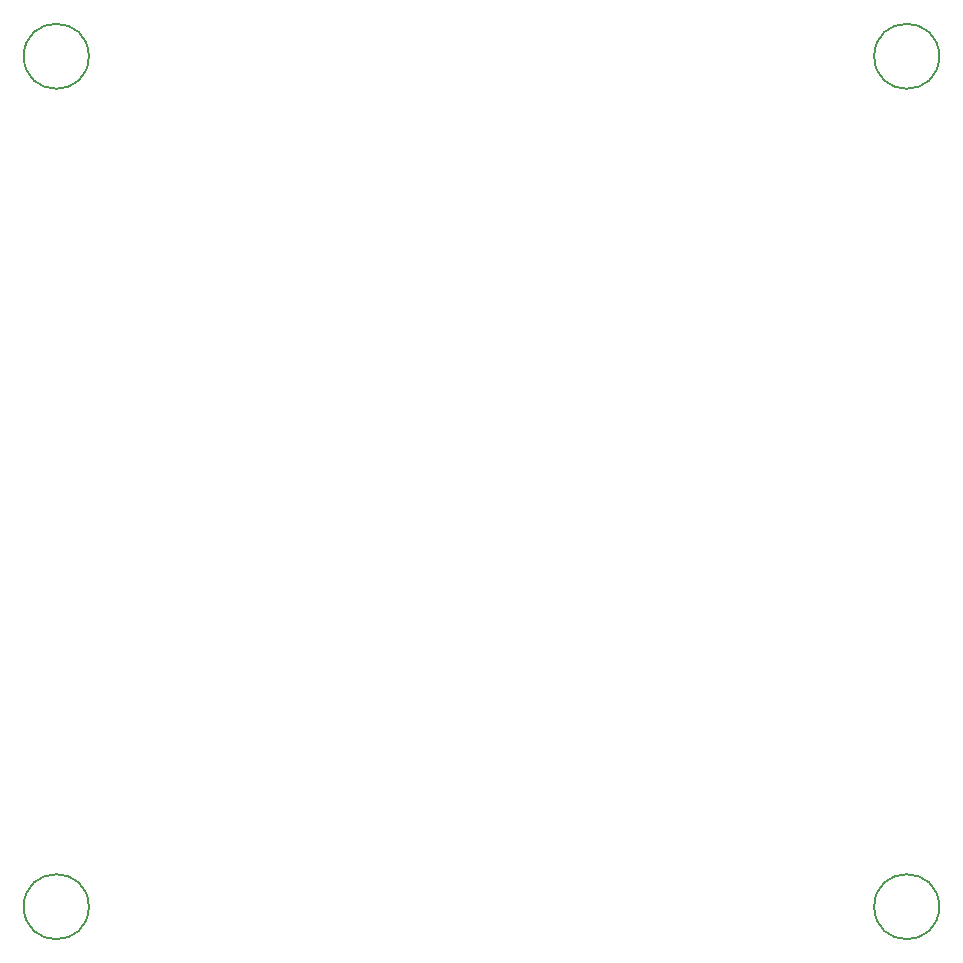
<source format=gbr>
G04 #@! TF.GenerationSoftware,KiCad,Pcbnew,8.0.4*
G04 #@! TF.CreationDate,2025-01-30T11:26:39-05:00*
G04 #@! TF.ProjectId,Cubesat_pcb,43756265-7361-4745-9f70-63622e6b6963,rev?*
G04 #@! TF.SameCoordinates,Original*
G04 #@! TF.FileFunction,Other,Comment*
%FSLAX46Y46*%
G04 Gerber Fmt 4.6, Leading zero omitted, Abs format (unit mm)*
G04 Created by KiCad (PCBNEW 8.0.4) date 2025-01-30 11:26:39*
%MOMM*%
%LPD*%
G01*
G04 APERTURE LIST*
%ADD10C,0.150000*%
G04 APERTURE END LIST*
D10*
G04 #@! TO.C,H3*
X79249132Y4511654D02*
G75*
G02*
X73749132Y4511654I-2750000J0D01*
G01*
X73749132Y4511654D02*
G75*
G02*
X79249132Y4511654I2750000J0D01*
G01*
G04 #@! TO.C,H1*
X7249132Y76511654D02*
G75*
G02*
X1749132Y76511654I-2750000J0D01*
G01*
X1749132Y76511654D02*
G75*
G02*
X7249132Y76511654I2750000J0D01*
G01*
G04 #@! TO.C,H4*
X7249132Y4511654D02*
G75*
G02*
X1749132Y4511654I-2750000J0D01*
G01*
X1749132Y4511654D02*
G75*
G02*
X7249132Y4511654I2750000J0D01*
G01*
G04 #@! TO.C,H2*
X79249132Y76511654D02*
G75*
G02*
X73749132Y76511654I-2750000J0D01*
G01*
X73749132Y76511654D02*
G75*
G02*
X79249132Y76511654I2750000J0D01*
G01*
G04 #@! TD*
M02*

</source>
